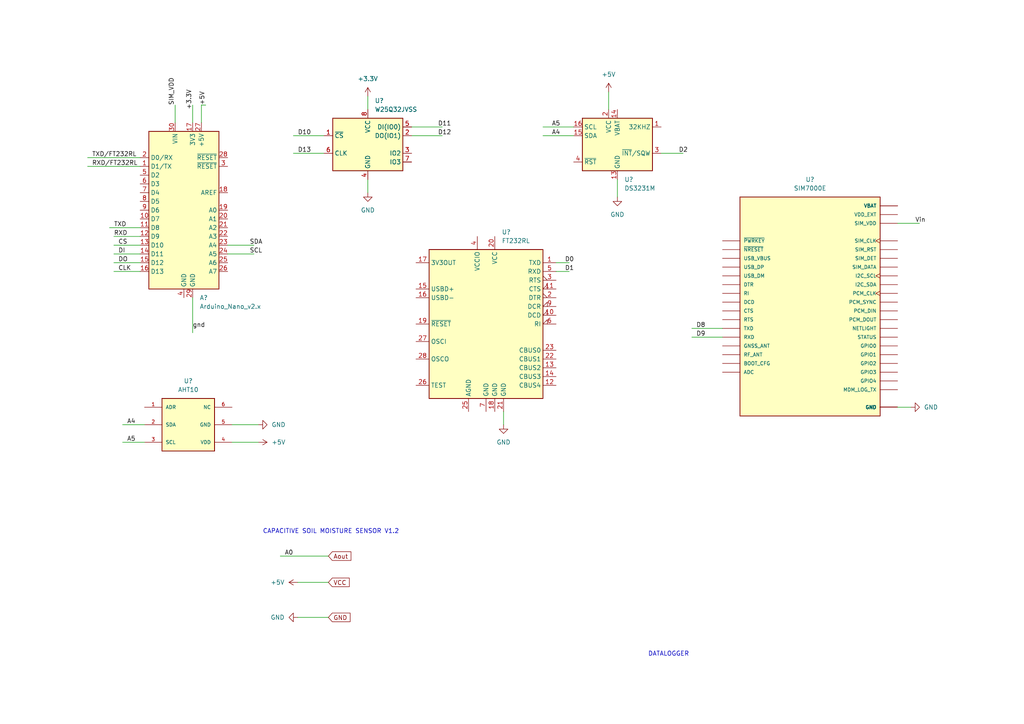
<source format=kicad_sch>
(kicad_sch (version 20211123) (generator eeschema)

  (uuid ed7c431b-4d44-49d8-96a8-0ad4d67371d9)

  (paper "A4")

  (lib_symbols
    (symbol "AHT10:AHT10" (pin_names (offset 1.016)) (in_bom yes) (on_board yes)
      (property "Reference" "U" (id 0) (at -7.366 8.636 0)
        (effects (font (size 1.27 1.27)) (justify left bottom))
      )
      (property "Value" "AHT10" (id 1) (at -7.62 -10.16 0)
        (effects (font (size 1.27 1.27)) (justify left bottom))
      )
      (property "Footprint" "AHT_QFN" (id 2) (at 0 0 0)
        (effects (font (size 1.27 1.27)) (justify left bottom) hide)
      )
      (property "Datasheet" "" (id 3) (at 0 0 0)
        (effects (font (size 1.27 1.27)) (justify left bottom) hide)
      )
      (property "ki_locked" "" (id 4) (at 0 0 0)
        (effects (font (size 1.27 1.27)))
      )
      (symbol "AHT10_0_0"
        (rectangle (start -7.62 -7.62) (end 7.62 7.62)
          (stroke (width 0.254) (type default) (color 0 0 0 0))
          (fill (type background))
        )
        (pin bidirectional line (at -12.7 5.08 0) (length 5.08)
          (name "ADR" (effects (font (size 1.016 1.016))))
          (number "1" (effects (font (size 1.016 1.016))))
        )
        (pin bidirectional line (at -12.7 0 0) (length 5.08)
          (name "SDA" (effects (font (size 1.016 1.016))))
          (number "2" (effects (font (size 1.016 1.016))))
        )
        (pin bidirectional line (at -12.7 -5.08 0) (length 5.08)
          (name "SCL" (effects (font (size 1.016 1.016))))
          (number "3" (effects (font (size 1.016 1.016))))
        )
        (pin bidirectional line (at 12.7 -5.08 180) (length 5.08)
          (name "VDD" (effects (font (size 1.016 1.016))))
          (number "4" (effects (font (size 1.016 1.016))))
        )
        (pin bidirectional line (at 12.7 0 180) (length 5.08)
          (name "GND" (effects (font (size 1.016 1.016))))
          (number "5" (effects (font (size 1.016 1.016))))
        )
        (pin bidirectional line (at 12.7 5.08 180) (length 5.08)
          (name "NC" (effects (font (size 1.016 1.016))))
          (number "6" (effects (font (size 1.016 1.016))))
        )
      )
    )
    (symbol "Interface_USB:FT232RL" (in_bom yes) (on_board yes)
      (property "Reference" "U" (id 0) (at -16.51 22.86 0)
        (effects (font (size 1.27 1.27)) (justify left))
      )
      (property "Value" "FT232RL" (id 1) (at 10.16 22.86 0)
        (effects (font (size 1.27 1.27)) (justify left))
      )
      (property "Footprint" "Package_SO:SSOP-28_5.3x10.2mm_P0.65mm" (id 2) (at 27.94 -22.86 0)
        (effects (font (size 1.27 1.27)) hide)
      )
      (property "Datasheet" "https://www.ftdichip.com/Support/Documents/DataSheets/ICs/DS_FT232R.pdf" (id 3) (at 0 0 0)
        (effects (font (size 1.27 1.27)) hide)
      )
      (property "ki_keywords" "FTDI USB Serial" (id 4) (at 0 0 0)
        (effects (font (size 1.27 1.27)) hide)
      )
      (property "ki_description" "USB to Serial Interface, SSOP-28" (id 5) (at 0 0 0)
        (effects (font (size 1.27 1.27)) hide)
      )
      (property "ki_fp_filters" "SSOP*5.3x10.2mm*P0.65mm*" (id 6) (at 0 0 0)
        (effects (font (size 1.27 1.27)) hide)
      )
      (symbol "FT232RL_0_1"
        (rectangle (start -16.51 21.59) (end 16.51 -21.59)
          (stroke (width 0.254) (type default) (color 0 0 0 0))
          (fill (type background))
        )
      )
      (symbol "FT232RL_1_1"
        (pin output line (at 20.32 17.78 180) (length 3.81)
          (name "TXD" (effects (font (size 1.27 1.27))))
          (number "1" (effects (font (size 1.27 1.27))))
        )
        (pin input input_low (at 20.32 2.54 180) (length 3.81)
          (name "DCD" (effects (font (size 1.27 1.27))))
          (number "10" (effects (font (size 1.27 1.27))))
        )
        (pin input input_low (at 20.32 10.16 180) (length 3.81)
          (name "CTS" (effects (font (size 1.27 1.27))))
          (number "11" (effects (font (size 1.27 1.27))))
        )
        (pin bidirectional line (at 20.32 -17.78 180) (length 3.81)
          (name "CBUS4" (effects (font (size 1.27 1.27))))
          (number "12" (effects (font (size 1.27 1.27))))
        )
        (pin bidirectional line (at 20.32 -12.7 180) (length 3.81)
          (name "CBUS2" (effects (font (size 1.27 1.27))))
          (number "13" (effects (font (size 1.27 1.27))))
        )
        (pin bidirectional line (at 20.32 -15.24 180) (length 3.81)
          (name "CBUS3" (effects (font (size 1.27 1.27))))
          (number "14" (effects (font (size 1.27 1.27))))
        )
        (pin bidirectional line (at -20.32 10.16 0) (length 3.81)
          (name "USBD+" (effects (font (size 1.27 1.27))))
          (number "15" (effects (font (size 1.27 1.27))))
        )
        (pin bidirectional line (at -20.32 7.62 0) (length 3.81)
          (name "USBD-" (effects (font (size 1.27 1.27))))
          (number "16" (effects (font (size 1.27 1.27))))
        )
        (pin power_out line (at -20.32 17.78 0) (length 3.81)
          (name "3V3OUT" (effects (font (size 1.27 1.27))))
          (number "17" (effects (font (size 1.27 1.27))))
        )
        (pin power_in line (at 2.54 -25.4 90) (length 3.81)
          (name "GND" (effects (font (size 1.27 1.27))))
          (number "18" (effects (font (size 1.27 1.27))))
        )
        (pin input line (at -20.32 0 0) (length 3.81)
          (name "~{RESET}" (effects (font (size 1.27 1.27))))
          (number "19" (effects (font (size 1.27 1.27))))
        )
        (pin output output_low (at 20.32 7.62 180) (length 3.81)
          (name "DTR" (effects (font (size 1.27 1.27))))
          (number "2" (effects (font (size 1.27 1.27))))
        )
        (pin power_in line (at 2.54 25.4 270) (length 3.81)
          (name "VCC" (effects (font (size 1.27 1.27))))
          (number "20" (effects (font (size 1.27 1.27))))
        )
        (pin power_in line (at 5.08 -25.4 90) (length 3.81)
          (name "GND" (effects (font (size 1.27 1.27))))
          (number "21" (effects (font (size 1.27 1.27))))
        )
        (pin bidirectional line (at 20.32 -10.16 180) (length 3.81)
          (name "CBUS1" (effects (font (size 1.27 1.27))))
          (number "22" (effects (font (size 1.27 1.27))))
        )
        (pin bidirectional line (at 20.32 -7.62 180) (length 3.81)
          (name "CBUS0" (effects (font (size 1.27 1.27))))
          (number "23" (effects (font (size 1.27 1.27))))
        )
        (pin power_in line (at -5.08 -25.4 90) (length 3.81)
          (name "AGND" (effects (font (size 1.27 1.27))))
          (number "25" (effects (font (size 1.27 1.27))))
        )
        (pin input line (at -20.32 -17.78 0) (length 3.81)
          (name "TEST" (effects (font (size 1.27 1.27))))
          (number "26" (effects (font (size 1.27 1.27))))
        )
        (pin input line (at -20.32 -5.08 0) (length 3.81)
          (name "OSCI" (effects (font (size 1.27 1.27))))
          (number "27" (effects (font (size 1.27 1.27))))
        )
        (pin output line (at -20.32 -10.16 0) (length 3.81)
          (name "OSCO" (effects (font (size 1.27 1.27))))
          (number "28" (effects (font (size 1.27 1.27))))
        )
        (pin output output_low (at 20.32 12.7 180) (length 3.81)
          (name "RTS" (effects (font (size 1.27 1.27))))
          (number "3" (effects (font (size 1.27 1.27))))
        )
        (pin power_in line (at -2.54 25.4 270) (length 3.81)
          (name "VCCIO" (effects (font (size 1.27 1.27))))
          (number "4" (effects (font (size 1.27 1.27))))
        )
        (pin input line (at 20.32 15.24 180) (length 3.81)
          (name "RXD" (effects (font (size 1.27 1.27))))
          (number "5" (effects (font (size 1.27 1.27))))
        )
        (pin input input_low (at 20.32 0 180) (length 3.81)
          (name "RI" (effects (font (size 1.27 1.27))))
          (number "6" (effects (font (size 1.27 1.27))))
        )
        (pin power_in line (at 0 -25.4 90) (length 3.81)
          (name "GND" (effects (font (size 1.27 1.27))))
          (number "7" (effects (font (size 1.27 1.27))))
        )
        (pin input input_low (at 20.32 5.08 180) (length 3.81)
          (name "DCR" (effects (font (size 1.27 1.27))))
          (number "9" (effects (font (size 1.27 1.27))))
        )
      )
    )
    (symbol "MCU_Module:Arduino_Nano_v2.x" (in_bom yes) (on_board yes)
      (property "Reference" "A" (id 0) (at -10.16 23.495 0)
        (effects (font (size 1.27 1.27)) (justify left bottom))
      )
      (property "Value" "Arduino_Nano_v2.x" (id 1) (at 5.08 -24.13 0)
        (effects (font (size 1.27 1.27)) (justify left top))
      )
      (property "Footprint" "Module:Arduino_Nano" (id 2) (at 0 0 0)
        (effects (font (size 1.27 1.27) italic) hide)
      )
      (property "Datasheet" "https://www.arduino.cc/en/uploads/Main/ArduinoNanoManual23.pdf" (id 3) (at 0 0 0)
        (effects (font (size 1.27 1.27)) hide)
      )
      (property "ki_keywords" "Arduino nano microcontroller module USB" (id 4) (at 0 0 0)
        (effects (font (size 1.27 1.27)) hide)
      )
      (property "ki_description" "Arduino Nano v2.x" (id 5) (at 0 0 0)
        (effects (font (size 1.27 1.27)) hide)
      )
      (property "ki_fp_filters" "Arduino*Nano*" (id 6) (at 0 0 0)
        (effects (font (size 1.27 1.27)) hide)
      )
      (symbol "Arduino_Nano_v2.x_0_1"
        (rectangle (start -10.16 22.86) (end 10.16 -22.86)
          (stroke (width 0.254) (type default) (color 0 0 0 0))
          (fill (type background))
        )
      )
      (symbol "Arduino_Nano_v2.x_1_1"
        (pin bidirectional line (at -12.7 12.7 0) (length 2.54)
          (name "D1/TX" (effects (font (size 1.27 1.27))))
          (number "1" (effects (font (size 1.27 1.27))))
        )
        (pin bidirectional line (at -12.7 -2.54 0) (length 2.54)
          (name "D7" (effects (font (size 1.27 1.27))))
          (number "10" (effects (font (size 1.27 1.27))))
        )
        (pin bidirectional line (at -12.7 -5.08 0) (length 2.54)
          (name "D8" (effects (font (size 1.27 1.27))))
          (number "11" (effects (font (size 1.27 1.27))))
        )
        (pin bidirectional line (at -12.7 -7.62 0) (length 2.54)
          (name "D9" (effects (font (size 1.27 1.27))))
          (number "12" (effects (font (size 1.27 1.27))))
        )
        (pin bidirectional line (at -12.7 -10.16 0) (length 2.54)
          (name "D10" (effects (font (size 1.27 1.27))))
          (number "13" (effects (font (size 1.27 1.27))))
        )
        (pin bidirectional line (at -12.7 -12.7 0) (length 2.54)
          (name "D11" (effects (font (size 1.27 1.27))))
          (number "14" (effects (font (size 1.27 1.27))))
        )
        (pin bidirectional line (at -12.7 -15.24 0) (length 2.54)
          (name "D12" (effects (font (size 1.27 1.27))))
          (number "15" (effects (font (size 1.27 1.27))))
        )
        (pin bidirectional line (at -12.7 -17.78 0) (length 2.54)
          (name "D13" (effects (font (size 1.27 1.27))))
          (number "16" (effects (font (size 1.27 1.27))))
        )
        (pin power_out line (at 2.54 25.4 270) (length 2.54)
          (name "3V3" (effects (font (size 1.27 1.27))))
          (number "17" (effects (font (size 1.27 1.27))))
        )
        (pin input line (at 12.7 5.08 180) (length 2.54)
          (name "AREF" (effects (font (size 1.27 1.27))))
          (number "18" (effects (font (size 1.27 1.27))))
        )
        (pin bidirectional line (at 12.7 0 180) (length 2.54)
          (name "A0" (effects (font (size 1.27 1.27))))
          (number "19" (effects (font (size 1.27 1.27))))
        )
        (pin bidirectional line (at -12.7 15.24 0) (length 2.54)
          (name "D0/RX" (effects (font (size 1.27 1.27))))
          (number "2" (effects (font (size 1.27 1.27))))
        )
        (pin bidirectional line (at 12.7 -2.54 180) (length 2.54)
          (name "A1" (effects (font (size 1.27 1.27))))
          (number "20" (effects (font (size 1.27 1.27))))
        )
        (pin bidirectional line (at 12.7 -5.08 180) (length 2.54)
          (name "A2" (effects (font (size 1.27 1.27))))
          (number "21" (effects (font (size 1.27 1.27))))
        )
        (pin bidirectional line (at 12.7 -7.62 180) (length 2.54)
          (name "A3" (effects (font (size 1.27 1.27))))
          (number "22" (effects (font (size 1.27 1.27))))
        )
        (pin bidirectional line (at 12.7 -10.16 180) (length 2.54)
          (name "A4" (effects (font (size 1.27 1.27))))
          (number "23" (effects (font (size 1.27 1.27))))
        )
        (pin bidirectional line (at 12.7 -12.7 180) (length 2.54)
          (name "A5" (effects (font (size 1.27 1.27))))
          (number "24" (effects (font (size 1.27 1.27))))
        )
        (pin bidirectional line (at 12.7 -15.24 180) (length 2.54)
          (name "A6" (effects (font (size 1.27 1.27))))
          (number "25" (effects (font (size 1.27 1.27))))
        )
        (pin bidirectional line (at 12.7 -17.78 180) (length 2.54)
          (name "A7" (effects (font (size 1.27 1.27))))
          (number "26" (effects (font (size 1.27 1.27))))
        )
        (pin power_out line (at 5.08 25.4 270) (length 2.54)
          (name "+5V" (effects (font (size 1.27 1.27))))
          (number "27" (effects (font (size 1.27 1.27))))
        )
        (pin input line (at 12.7 15.24 180) (length 2.54)
          (name "~{RESET}" (effects (font (size 1.27 1.27))))
          (number "28" (effects (font (size 1.27 1.27))))
        )
        (pin power_in line (at 2.54 -25.4 90) (length 2.54)
          (name "GND" (effects (font (size 1.27 1.27))))
          (number "29" (effects (font (size 1.27 1.27))))
        )
        (pin input line (at 12.7 12.7 180) (length 2.54)
          (name "~{RESET}" (effects (font (size 1.27 1.27))))
          (number "3" (effects (font (size 1.27 1.27))))
        )
        (pin power_in line (at -2.54 25.4 270) (length 2.54)
          (name "VIN" (effects (font (size 1.27 1.27))))
          (number "30" (effects (font (size 1.27 1.27))))
        )
        (pin power_in line (at 0 -25.4 90) (length 2.54)
          (name "GND" (effects (font (size 1.27 1.27))))
          (number "4" (effects (font (size 1.27 1.27))))
        )
        (pin bidirectional line (at -12.7 10.16 0) (length 2.54)
          (name "D2" (effects (font (size 1.27 1.27))))
          (number "5" (effects (font (size 1.27 1.27))))
        )
        (pin bidirectional line (at -12.7 7.62 0) (length 2.54)
          (name "D3" (effects (font (size 1.27 1.27))))
          (number "6" (effects (font (size 1.27 1.27))))
        )
        (pin bidirectional line (at -12.7 5.08 0) (length 2.54)
          (name "D4" (effects (font (size 1.27 1.27))))
          (number "7" (effects (font (size 1.27 1.27))))
        )
        (pin bidirectional line (at -12.7 2.54 0) (length 2.54)
          (name "D5" (effects (font (size 1.27 1.27))))
          (number "8" (effects (font (size 1.27 1.27))))
        )
        (pin bidirectional line (at -12.7 0 0) (length 2.54)
          (name "D6" (effects (font (size 1.27 1.27))))
          (number "9" (effects (font (size 1.27 1.27))))
        )
      )
    )
    (symbol "Memory_Flash:W25Q32JVSS" (in_bom yes) (on_board yes)
      (property "Reference" "U" (id 0) (at -8.89 8.89 0)
        (effects (font (size 1.27 1.27)))
      )
      (property "Value" "W25Q32JVSS" (id 1) (at 7.62 8.89 0)
        (effects (font (size 1.27 1.27)))
      )
      (property "Footprint" "Package_SO:SOIC-8_5.23x5.23mm_P1.27mm" (id 2) (at 0 0 0)
        (effects (font (size 1.27 1.27)) hide)
      )
      (property "Datasheet" "http://www.winbond.com/resource-files/w25q32jv%20revg%2003272018%20plus.pdf" (id 3) (at 0 0 0)
        (effects (font (size 1.27 1.27)) hide)
      )
      (property "ki_keywords" "flash memory SPI" (id 4) (at 0 0 0)
        (effects (font (size 1.27 1.27)) hide)
      )
      (property "ki_description" "32Mb Serial Flash Memory, Standard/Dual/Quad SPI, SOIC-8" (id 5) (at 0 0 0)
        (effects (font (size 1.27 1.27)) hide)
      )
      (property "ki_fp_filters" "SOIC*5.23x5.23mm*P1.27mm*" (id 6) (at 0 0 0)
        (effects (font (size 1.27 1.27)) hide)
      )
      (symbol "W25Q32JVSS_0_1"
        (rectangle (start -10.16 7.62) (end 10.16 -7.62)
          (stroke (width 0.254) (type default) (color 0 0 0 0))
          (fill (type background))
        )
      )
      (symbol "W25Q32JVSS_1_1"
        (pin input line (at -12.7 2.54 0) (length 2.54)
          (name "~{CS}" (effects (font (size 1.27 1.27))))
          (number "1" (effects (font (size 1.27 1.27))))
        )
        (pin bidirectional line (at 12.7 2.54 180) (length 2.54)
          (name "DO(IO1)" (effects (font (size 1.27 1.27))))
          (number "2" (effects (font (size 1.27 1.27))))
        )
        (pin bidirectional line (at 12.7 -2.54 180) (length 2.54)
          (name "IO2" (effects (font (size 1.27 1.27))))
          (number "3" (effects (font (size 1.27 1.27))))
        )
        (pin power_in line (at 0 -10.16 90) (length 2.54)
          (name "GND" (effects (font (size 1.27 1.27))))
          (number "4" (effects (font (size 1.27 1.27))))
        )
        (pin bidirectional line (at 12.7 5.08 180) (length 2.54)
          (name "DI(IO0)" (effects (font (size 1.27 1.27))))
          (number "5" (effects (font (size 1.27 1.27))))
        )
        (pin input line (at -12.7 -2.54 0) (length 2.54)
          (name "CLK" (effects (font (size 1.27 1.27))))
          (number "6" (effects (font (size 1.27 1.27))))
        )
        (pin bidirectional line (at 12.7 -5.08 180) (length 2.54)
          (name "IO3" (effects (font (size 1.27 1.27))))
          (number "7" (effects (font (size 1.27 1.27))))
        )
        (pin power_in line (at 0 10.16 270) (length 2.54)
          (name "VCC" (effects (font (size 1.27 1.27))))
          (number "8" (effects (font (size 1.27 1.27))))
        )
      )
    )
    (symbol "SIM7000E:SIM7000E" (pin_numbers hide) (pin_names (offset 1.016)) (in_bom yes) (on_board yes)
      (property "Reference" "U" (id 0) (at -20.3454 34.3408 0)
        (effects (font (size 1.27 1.27)) (justify left bottom))
      )
      (property "Value" "SIM7000E" (id 1) (at -20.3454 -33.0708 0)
        (effects (font (size 1.27 1.27)) (justify left bottom))
      )
      (property "Footprint" "SIMCON_SIM7000E" (id 2) (at 0 0 0)
        (effects (font (size 1.27 1.27)) (justify left bottom) hide)
      )
      (property "Datasheet" "" (id 3) (at 0 0 0)
        (effects (font (size 1.27 1.27)) (justify left bottom) hide)
      )
      (property "STANDARD" "MANUFACTURER RECOMMENDATIONS" (id 4) (at 0 0 0)
        (effects (font (size 1.27 1.27)) (justify left bottom) hide)
      )
      (property "MANUFACTURER" "SIMCOM" (id 5) (at 0 0 0)
        (effects (font (size 1.27 1.27)) (justify left bottom) hide)
      )
      (property "PARTREV" "1.01" (id 6) (at 0 0 0)
        (effects (font (size 1.27 1.27)) (justify left bottom) hide)
      )
      (property "ki_locked" "" (id 7) (at 0 0 0)
        (effects (font (size 1.27 1.27)))
      )
      (symbol "SIM7000E_0_0"
        (rectangle (start -20.32 -30.48) (end 20.32 33.02)
          (stroke (width 0.254) (type default) (color 0 0 0 0))
          (fill (type background))
        )
        (pin input line (at -25.4 20.32 0) (length 5.08)
          (name "~{PWRKEY}" (effects (font (size 1.016 1.016))))
          (number "1" (effects (font (size 1.016 1.016))))
        )
        (pin input line (at -25.4 -7.62 0) (length 5.08)
          (name "RXD" (effects (font (size 1.016 1.016))))
          (number "10" (effects (font (size 1.016 1.016))))
        )
        (pin output clock (at 25.4 5.08 180) (length 5.08)
          (name "PCM_CLK" (effects (font (size 1.016 1.016))))
          (number "11" (effects (font (size 1.016 1.016))))
        )
        (pin output line (at 25.4 2.54 180) (length 5.08)
          (name "PCM_SYNC" (effects (font (size 1.016 1.016))))
          (number "12" (effects (font (size 1.016 1.016))))
        )
        (pin input line (at 25.4 0 180) (length 5.08)
          (name "PCM_DIN" (effects (font (size 1.016 1.016))))
          (number "13" (effects (font (size 1.016 1.016))))
        )
        (pin output line (at 25.4 -2.54 180) (length 5.08)
          (name "PCM_DOUT" (effects (font (size 1.016 1.016))))
          (number "14" (effects (font (size 1.016 1.016))))
        )
        (pin power_in line (at 25.4 27.94 180) (length 5.08)
          (name "VDD_EXT" (effects (font (size 1.016 1.016))))
          (number "15" (effects (font (size 1.016 1.016))))
        )
        (pin input line (at -25.4 17.78 0) (length 5.08)
          (name "~{NRESET}" (effects (font (size 1.016 1.016))))
          (number "16" (effects (font (size 1.016 1.016))))
        )
        (pin power_in line (at 25.4 -27.94 180) (length 5.08)
          (name "GND" (effects (font (size 1.016 1.016))))
          (number "17" (effects (font (size 1.016 1.016))))
        )
        (pin power_in line (at 25.4 -27.94 180) (length 5.08)
          (name "GND" (effects (font (size 1.016 1.016))))
          (number "18" (effects (font (size 1.016 1.016))))
        )
        (pin power_in line (at 25.4 -27.94 180) (length 5.08)
          (name "GND" (effects (font (size 1.016 1.016))))
          (number "2" (effects (font (size 1.016 1.016))))
        )
        (pin output line (at 25.4 -22.86 180) (length 5.08)
          (name "MDM_LOG_TX" (effects (font (size 1.016 1.016))))
          (number "23" (effects (font (size 1.016 1.016))))
        )
        (pin input line (at -25.4 15.24 0) (length 5.08)
          (name "USB_VBUS" (effects (font (size 1.016 1.016))))
          (number "24" (effects (font (size 1.016 1.016))))
        )
        (pin input line (at -25.4 -17.78 0) (length 5.08)
          (name "ADC" (effects (font (size 1.016 1.016))))
          (number "25" (effects (font (size 1.016 1.016))))
        )
        (pin bidirectional line (at -25.4 12.7 0) (length 5.08)
          (name "USB_DP" (effects (font (size 1.016 1.016))))
          (number "27" (effects (font (size 1.016 1.016))))
        )
        (pin bidirectional line (at -25.4 10.16 0) (length 5.08)
          (name "USB_DM" (effects (font (size 1.016 1.016))))
          (number "28" (effects (font (size 1.016 1.016))))
        )
        (pin power_in line (at 25.4 -27.94 180) (length 5.08)
          (name "GND" (effects (font (size 1.016 1.016))))
          (number "29" (effects (font (size 1.016 1.016))))
        )
        (pin input line (at -25.4 7.62 0) (length 5.08)
          (name "DTR" (effects (font (size 1.016 1.016))))
          (number "3" (effects (font (size 1.016 1.016))))
        )
        (pin power_in line (at 25.4 25.4 180) (length 5.08)
          (name "SIM_VDD" (effects (font (size 1.016 1.016))))
          (number "30" (effects (font (size 1.016 1.016))))
        )
        (pin bidirectional line (at 25.4 12.7 180) (length 5.08)
          (name "SIM_DATA" (effects (font (size 1.016 1.016))))
          (number "31" (effects (font (size 1.016 1.016))))
        )
        (pin output clock (at 25.4 20.32 180) (length 5.08)
          (name "SIM_CLK" (effects (font (size 1.016 1.016))))
          (number "32" (effects (font (size 1.016 1.016))))
        )
        (pin output line (at 25.4 17.78 180) (length 5.08)
          (name "SIM_RST" (effects (font (size 1.016 1.016))))
          (number "33" (effects (font (size 1.016 1.016))))
        )
        (pin input line (at 25.4 15.24 180) (length 5.08)
          (name "SIM_DET" (effects (font (size 1.016 1.016))))
          (number "34" (effects (font (size 1.016 1.016))))
        )
        (pin bidirectional line (at 25.4 7.62 180) (length 5.08)
          (name "I2C_SDA" (effects (font (size 1.016 1.016))))
          (number "37" (effects (font (size 1.016 1.016))))
        )
        (pin output clock (at 25.4 10.16 180) (length 5.08)
          (name "I2C_SCL" (effects (font (size 1.016 1.016))))
          (number "38" (effects (font (size 1.016 1.016))))
        )
        (pin power_in line (at 25.4 -27.94 180) (length 5.08)
          (name "GND" (effects (font (size 1.016 1.016))))
          (number "39" (effects (font (size 1.016 1.016))))
        )
        (pin output line (at -25.4 5.08 0) (length 5.08)
          (name "RI" (effects (font (size 1.016 1.016))))
          (number "4" (effects (font (size 1.016 1.016))))
        )
        (pin power_in line (at 25.4 -27.94 180) (length 5.08)
          (name "GND" (effects (font (size 1.016 1.016))))
          (number "45" (effects (font (size 1.016 1.016))))
        )
        (pin power_in line (at 25.4 -27.94 180) (length 5.08)
          (name "GND" (effects (font (size 1.016 1.016))))
          (number "46" (effects (font (size 1.016 1.016))))
        )
        (pin bidirectional line (at 25.4 -20.32 180) (length 5.08)
          (name "GPIO4" (effects (font (size 1.016 1.016))))
          (number "48" (effects (font (size 1.016 1.016))))
        )
        (pin bidirectional line (at 25.4 -12.7 180) (length 5.08)
          (name "GPIO1" (effects (font (size 1.016 1.016))))
          (number "49" (effects (font (size 1.016 1.016))))
        )
        (pin output line (at -25.4 2.54 0) (length 5.08)
          (name "DCD" (effects (font (size 1.016 1.016))))
          (number "5" (effects (font (size 1.016 1.016))))
        )
        (pin bidirectional line (at 25.4 -10.16 180) (length 5.08)
          (name "GPIO0" (effects (font (size 1.016 1.016))))
          (number "50" (effects (font (size 1.016 1.016))))
        )
        (pin output line (at 25.4 -5.08 180) (length 5.08)
          (name "NETLIGHT" (effects (font (size 1.016 1.016))))
          (number "52" (effects (font (size 1.016 1.016))))
        )
        (pin input line (at -25.4 -10.16 0) (length 5.08)
          (name "GNSS_ANT" (effects (font (size 1.016 1.016))))
          (number "53" (effects (font (size 1.016 1.016))))
        )
        (pin power_in line (at 25.4 -27.94 180) (length 5.08)
          (name "GND" (effects (font (size 1.016 1.016))))
          (number "54" (effects (font (size 1.016 1.016))))
        )
        (pin power_in line (at 25.4 30.48 180) (length 5.08)
          (name "VBAT" (effects (font (size 1.016 1.016))))
          (number "55" (effects (font (size 1.016 1.016))))
        )
        (pin power_in line (at 25.4 30.48 180) (length 5.08)
          (name "VBAT" (effects (font (size 1.016 1.016))))
          (number "56" (effects (font (size 1.016 1.016))))
        )
        (pin power_in line (at 25.4 30.48 180) (length 5.08)
          (name "VBAT" (effects (font (size 1.016 1.016))))
          (number "57" (effects (font (size 1.016 1.016))))
        )
        (pin power_in line (at 25.4 -27.94 180) (length 5.08)
          (name "GND" (effects (font (size 1.016 1.016))))
          (number "58" (effects (font (size 1.016 1.016))))
        )
        (pin power_in line (at 25.4 -27.94 180) (length 5.08)
          (name "GND" (effects (font (size 1.016 1.016))))
          (number "59" (effects (font (size 1.016 1.016))))
        )
        (pin input line (at -25.4 -15.24 0) (length 5.08)
          (name "BOOT_CFG" (effects (font (size 1.016 1.016))))
          (number "6" (effects (font (size 1.016 1.016))))
        )
        (pin bidirectional line (at -25.4 -12.7 0) (length 5.08)
          (name "RF_ANT" (effects (font (size 1.016 1.016))))
          (number "60" (effects (font (size 1.016 1.016))))
        )
        (pin power_in line (at 25.4 -27.94 180) (length 5.08)
          (name "GND" (effects (font (size 1.016 1.016))))
          (number "61" (effects (font (size 1.016 1.016))))
        )
        (pin power_in line (at 25.4 -27.94 180) (length 5.08)
          (name "GND" (effects (font (size 1.016 1.016))))
          (number "62" (effects (font (size 1.016 1.016))))
        )
        (pin power_in line (at 25.4 -27.94 180) (length 5.08)
          (name "GND" (effects (font (size 1.016 1.016))))
          (number "63" (effects (font (size 1.016 1.016))))
        )
        (pin power_in line (at 25.4 -27.94 180) (length 5.08)
          (name "GND" (effects (font (size 1.016 1.016))))
          (number "64" (effects (font (size 1.016 1.016))))
        )
        (pin power_in line (at 25.4 -27.94 180) (length 5.08)
          (name "GND" (effects (font (size 1.016 1.016))))
          (number "65" (effects (font (size 1.016 1.016))))
        )
        (pin output line (at 25.4 -7.62 180) (length 5.08)
          (name "STATUS" (effects (font (size 1.016 1.016))))
          (number "66" (effects (font (size 1.016 1.016))))
        )
        (pin bidirectional line (at 25.4 -15.24 180) (length 5.08)
          (name "GPIO2" (effects (font (size 1.016 1.016))))
          (number "67" (effects (font (size 1.016 1.016))))
        )
        (pin bidirectional line (at 25.4 -17.78 180) (length 5.08)
          (name "GPIO3" (effects (font (size 1.016 1.016))))
          (number "68" (effects (font (size 1.016 1.016))))
        )
        (pin output line (at -25.4 0 0) (length 5.08)
          (name "CTS" (effects (font (size 1.016 1.016))))
          (number "7" (effects (font (size 1.016 1.016))))
        )
        (pin input line (at -25.4 -2.54 0) (length 5.08)
          (name "RTS" (effects (font (size 1.016 1.016))))
          (number "8" (effects (font (size 1.016 1.016))))
        )
        (pin output line (at -25.4 -5.08 0) (length 5.08)
          (name "TXD" (effects (font (size 1.016 1.016))))
          (number "9" (effects (font (size 1.016 1.016))))
        )
      )
    )
    (symbol "Timer_RTC:DS3231M" (in_bom yes) (on_board yes)
      (property "Reference" "U" (id 0) (at -7.62 8.89 0)
        (effects (font (size 1.27 1.27)) (justify right))
      )
      (property "Value" "DS3231M" (id 1) (at 10.16 8.89 0)
        (effects (font (size 1.27 1.27)) (justify right))
      )
      (property "Footprint" "Package_SO:SOIC-16W_7.5x10.3mm_P1.27mm" (id 2) (at 0 -15.24 0)
        (effects (font (size 1.27 1.27)) hide)
      )
      (property "Datasheet" "http://datasheets.maximintegrated.com/en/ds/DS3231.pdf" (id 3) (at 6.858 1.27 0)
        (effects (font (size 1.27 1.27)) hide)
      )
      (property "ki_keywords" "RTC TCXO Realtime Time Clock Crystal Oscillator I2C" (id 4) (at 0 0 0)
        (effects (font (size 1.27 1.27)) hide)
      )
      (property "ki_description" "Extremely Accurate I2C-Integrated RTC/TCXO/Crystal SOIC-16" (id 5) (at 0 0 0)
        (effects (font (size 1.27 1.27)) hide)
      )
      (property "ki_fp_filters" "SOIC*7.5x10.3mm*P1.27mm*" (id 6) (at 0 0 0)
        (effects (font (size 1.27 1.27)) hide)
      )
      (symbol "DS3231M_0_1"
        (rectangle (start -10.16 7.62) (end 10.16 -7.62)
          (stroke (width 0.254) (type default) (color 0 0 0 0))
          (fill (type background))
        )
      )
      (symbol "DS3231M_1_1"
        (pin open_collector line (at 12.7 5.08 180) (length 2.54)
          (name "32KHZ" (effects (font (size 1.27 1.27))))
          (number "1" (effects (font (size 1.27 1.27))))
        )
        (pin passive line (at 0 -10.16 90) (length 2.54) hide
          (name "GND" (effects (font (size 1.27 1.27))))
          (number "10" (effects (font (size 1.27 1.27))))
        )
        (pin passive line (at 0 -10.16 90) (length 2.54) hide
          (name "GND" (effects (font (size 1.27 1.27))))
          (number "11" (effects (font (size 1.27 1.27))))
        )
        (pin passive line (at 0 -10.16 90) (length 2.54) hide
          (name "GND" (effects (font (size 1.27 1.27))))
          (number "12" (effects (font (size 1.27 1.27))))
        )
        (pin power_in line (at 0 -10.16 90) (length 2.54)
          (name "GND" (effects (font (size 1.27 1.27))))
          (number "13" (effects (font (size 1.27 1.27))))
        )
        (pin power_in line (at 0 10.16 270) (length 2.54)
          (name "VBAT" (effects (font (size 1.27 1.27))))
          (number "14" (effects (font (size 1.27 1.27))))
        )
        (pin bidirectional line (at -12.7 2.54 0) (length 2.54)
          (name "SDA" (effects (font (size 1.27 1.27))))
          (number "15" (effects (font (size 1.27 1.27))))
        )
        (pin input line (at -12.7 5.08 0) (length 2.54)
          (name "SCL" (effects (font (size 1.27 1.27))))
          (number "16" (effects (font (size 1.27 1.27))))
        )
        (pin power_in line (at -2.54 10.16 270) (length 2.54)
          (name "VCC" (effects (font (size 1.27 1.27))))
          (number "2" (effects (font (size 1.27 1.27))))
        )
        (pin open_collector line (at 12.7 -2.54 180) (length 2.54)
          (name "~{INT}/SQW" (effects (font (size 1.27 1.27))))
          (number "3" (effects (font (size 1.27 1.27))))
        )
        (pin bidirectional line (at -12.7 -5.08 0) (length 2.54)
          (name "~{RST}" (effects (font (size 1.27 1.27))))
          (number "4" (effects (font (size 1.27 1.27))))
        )
        (pin passive line (at 0 -10.16 90) (length 2.54) hide
          (name "GND" (effects (font (size 1.27 1.27))))
          (number "5" (effects (font (size 1.27 1.27))))
        )
        (pin passive line (at 0 -10.16 90) (length 2.54) hide
          (name "GND" (effects (font (size 1.27 1.27))))
          (number "6" (effects (font (size 1.27 1.27))))
        )
        (pin passive line (at 0 -10.16 90) (length 2.54) hide
          (name "GND" (effects (font (size 1.27 1.27))))
          (number "7" (effects (font (size 1.27 1.27))))
        )
        (pin passive line (at 0 -10.16 90) (length 2.54) hide
          (name "GND" (effects (font (size 1.27 1.27))))
          (number "8" (effects (font (size 1.27 1.27))))
        )
        (pin passive line (at 0 -10.16 90) (length 2.54) hide
          (name "GND" (effects (font (size 1.27 1.27))))
          (number "9" (effects (font (size 1.27 1.27))))
        )
      )
    )
    (symbol "power:+3.3V" (power) (pin_names (offset 0)) (in_bom yes) (on_board yes)
      (property "Reference" "#PWR" (id 0) (at 0 -3.81 0)
        (effects (font (size 1.27 1.27)) hide)
      )
      (property "Value" "+3.3V" (id 1) (at 0 3.556 0)
        (effects (font (size 1.27 1.27)))
      )
      (property "Footprint" "" (id 2) (at 0 0 0)
        (effects (font (size 1.27 1.27)) hide)
      )
      (property "Datasheet" "" (id 3) (at 0 0 0)
        (effects (font (size 1.27 1.27)) hide)
      )
      (property "ki_keywords" "power-flag" (id 4) (at 0 0 0)
        (effects (font (size 1.27 1.27)) hide)
      )
      (property "ki_description" "Power symbol creates a global label with name \"+3.3V\"" (id 5) (at 0 0 0)
        (effects (font (size 1.27 1.27)) hide)
      )
      (symbol "+3.3V_0_1"
        (polyline
          (pts
            (xy -0.762 1.27)
            (xy 0 2.54)
          )
          (stroke (width 0) (type default) (color 0 0 0 0))
          (fill (type none))
        )
        (polyline
          (pts
            (xy 0 0)
            (xy 0 2.54)
          )
          (stroke (width 0) (type default) (color 0 0 0 0))
          (fill (type none))
        )
        (polyline
          (pts
            (xy 0 2.54)
            (xy 0.762 1.27)
          )
          (stroke (width 0) (type default) (color 0 0 0 0))
          (fill (type none))
        )
      )
      (symbol "+3.3V_1_1"
        (pin power_in line (at 0 0 90) (length 0) hide
          (name "+3.3V" (effects (font (size 1.27 1.27))))
          (number "1" (effects (font (size 1.27 1.27))))
        )
      )
    )
    (symbol "power:+5V" (power) (pin_names (offset 0)) (in_bom yes) (on_board yes)
      (property "Reference" "#PWR" (id 0) (at 0 -3.81 0)
        (effects (font (size 1.27 1.27)) hide)
      )
      (property "Value" "+5V" (id 1) (at 0 3.556 0)
        (effects (font (size 1.27 1.27)))
      )
      (property "Footprint" "" (id 2) (at 0 0 0)
        (effects (font (size 1.27 1.27)) hide)
      )
      (property "Datasheet" "" (id 3) (at 0 0 0)
        (effects (font (size 1.27 1.27)) hide)
      )
      (property "ki_keywords" "power-flag" (id 4) (at 0 0 0)
        (effects (font (size 1.27 1.27)) hide)
      )
      (property "ki_description" "Power symbol creates a global label with name \"+5V\"" (id 5) (at 0 0 0)
        (effects (font (size 1.27 1.27)) hide)
      )
      (symbol "+5V_0_1"
        (polyline
          (pts
            (xy -0.762 1.27)
            (xy 0 2.54)
          )
          (stroke (width 0) (type default) (color 0 0 0 0))
          (fill (type none))
        )
        (polyline
          (pts
            (xy 0 0)
            (xy 0 2.54)
          )
          (stroke (width 0) (type default) (color 0 0 0 0))
          (fill (type none))
        )
        (polyline
          (pts
            (xy 0 2.54)
            (xy 0.762 1.27)
          )
          (stroke (width 0) (type default) (color 0 0 0 0))
          (fill (type none))
        )
      )
      (symbol "+5V_1_1"
        (pin power_in line (at 0 0 90) (length 0) hide
          (name "+5V" (effects (font (size 1.27 1.27))))
          (number "1" (effects (font (size 1.27 1.27))))
        )
      )
    )
    (symbol "power:GND" (power) (pin_names (offset 0)) (in_bom yes) (on_board yes)
      (property "Reference" "#PWR" (id 0) (at 0 -6.35 0)
        (effects (font (size 1.27 1.27)) hide)
      )
      (property "Value" "GND" (id 1) (at 0 -3.81 0)
        (effects (font (size 1.27 1.27)))
      )
      (property "Footprint" "" (id 2) (at 0 0 0)
        (effects (font (size 1.27 1.27)) hide)
      )
      (property "Datasheet" "" (id 3) (at 0 0 0)
        (effects (font (size 1.27 1.27)) hide)
      )
      (property "ki_keywords" "power-flag" (id 4) (at 0 0 0)
        (effects (font (size 1.27 1.27)) hide)
      )
      (property "ki_description" "Power symbol creates a global label with name \"GND\" , ground" (id 5) (at 0 0 0)
        (effects (font (size 1.27 1.27)) hide)
      )
      (symbol "GND_0_1"
        (polyline
          (pts
            (xy 0 0)
            (xy 0 -1.27)
            (xy 1.27 -1.27)
            (xy 0 -2.54)
            (xy -1.27 -1.27)
            (xy 0 -1.27)
          )
          (stroke (width 0) (type default) (color 0 0 0 0))
          (fill (type none))
        )
      )
      (symbol "GND_1_1"
        (pin power_in line (at 0 0 270) (length 0) hide
          (name "GND" (effects (font (size 1.27 1.27))))
          (number "1" (effects (font (size 1.27 1.27))))
        )
      )
    )
  )


  (wire (pts (xy 67.31 128.27) (xy 74.93 128.27))
    (stroke (width 0) (type default) (color 0 0 0 0))
    (uuid 03da576d-8b49-43be-8898-6d75ea1509dd)
  )
  (wire (pts (xy 119.38 39.37) (xy 128.27 39.37))
    (stroke (width 0) (type default) (color 0 0 0 0))
    (uuid 18491aad-cca0-4769-9f60-89c486b7f3f4)
  )
  (wire (pts (xy 66.04 71.12) (xy 73.66 71.12))
    (stroke (width 0) (type default) (color 0 0 0 0))
    (uuid 1948f2bb-7219-4fed-b888-2eef3c9b8781)
  )
  (wire (pts (xy 200.66 95.25) (xy 209.55 95.25))
    (stroke (width 0) (type default) (color 0 0 0 0))
    (uuid 2bb9af9f-768b-4c0d-ad6b-3310bea3e96c)
  )
  (wire (pts (xy 200.66 97.79) (xy 209.55 97.79))
    (stroke (width 0) (type default) (color 0 0 0 0))
    (uuid 2bda8062-69b1-466d-ae30-38e0c5106565)
  )
  (wire (pts (xy 86.36 168.91) (xy 95.25 168.91))
    (stroke (width 0) (type default) (color 0 0 0 0))
    (uuid 2eb86c61-25aa-4a6a-bc09-3916f2da7590)
  )
  (wire (pts (xy 25.4 45.72) (xy 40.64 45.72))
    (stroke (width 0) (type default) (color 0 0 0 0))
    (uuid 30b6998f-eff5-456f-ad93-a01a2fa451f2)
  )
  (wire (pts (xy 260.35 64.77) (xy 266.7 64.77))
    (stroke (width 0) (type default) (color 0 0 0 0))
    (uuid 3185b08a-a931-45fd-a02e-e10feef06599)
  )
  (wire (pts (xy 176.53 26.67) (xy 176.53 31.75))
    (stroke (width 0) (type default) (color 0 0 0 0))
    (uuid 3e084448-25e3-4727-9faf-97d45d475248)
  )
  (wire (pts (xy 50.8 30.48) (xy 50.8 35.56))
    (stroke (width 0) (type default) (color 0 0 0 0))
    (uuid 4634da73-f826-4ab6-bf88-376ead007d0a)
  )
  (wire (pts (xy 33.02 73.66) (xy 40.64 73.66))
    (stroke (width 0) (type default) (color 0 0 0 0))
    (uuid 49dddede-b74f-44ce-83d7-b988e5db9150)
  )
  (wire (pts (xy 86.36 179.07) (xy 95.25 179.07))
    (stroke (width 0) (type default) (color 0 0 0 0))
    (uuid 4b16e4db-5a40-4e8e-9abb-2bba92954f21)
  )
  (wire (pts (xy 85.09 39.37) (xy 93.98 39.37))
    (stroke (width 0) (type default) (color 0 0 0 0))
    (uuid 4cdfe4ee-8032-44cf-bfd3-6d80cc3743a6)
  )
  (wire (pts (xy 31.75 66.04) (xy 40.64 66.04))
    (stroke (width 0) (type default) (color 0 0 0 0))
    (uuid 599f2003-e519-45fe-9ee1-501fdd9784e9)
  )
  (wire (pts (xy 55.88 86.36) (xy 55.88 96.52))
    (stroke (width 0) (type default) (color 0 0 0 0))
    (uuid 5cdd8fae-376d-4838-8855-5ccccf75059b)
  )
  (wire (pts (xy 85.09 44.45) (xy 93.98 44.45))
    (stroke (width 0) (type default) (color 0 0 0 0))
    (uuid 70dffc31-9692-4662-a730-96db5db0962e)
  )
  (wire (pts (xy 119.38 36.83) (xy 128.27 36.83))
    (stroke (width 0) (type default) (color 0 0 0 0))
    (uuid 7dabecc8-e666-42cc-949c-71a252d5689f)
  )
  (wire (pts (xy 146.05 119.38) (xy 146.05 123.19))
    (stroke (width 0) (type default) (color 0 0 0 0))
    (uuid 7e5ba83b-84a9-414f-961f-eaadc6ab168c)
  )
  (wire (pts (xy 260.35 118.11) (xy 264.16 118.11))
    (stroke (width 0) (type default) (color 0 0 0 0))
    (uuid 7ead37e4-1351-4397-b3c7-ec9230bbeb17)
  )
  (wire (pts (xy 67.31 123.19) (xy 74.93 123.19))
    (stroke (width 0) (type default) (color 0 0 0 0))
    (uuid 838c4d68-467c-4611-94cf-cff27b5416de)
  )
  (wire (pts (xy 33.02 76.2) (xy 40.64 76.2))
    (stroke (width 0) (type default) (color 0 0 0 0))
    (uuid 84d18214-1d5b-46fb-8f98-4a12d35b0cc1)
  )
  (wire (pts (xy 58.42 35.56) (xy 58.42 30.48))
    (stroke (width 0) (type default) (color 0 0 0 0))
    (uuid 9234fd03-264c-4073-b7f3-cb5555505812)
  )
  (wire (pts (xy 35.56 128.27) (xy 41.91 128.27))
    (stroke (width 0) (type default) (color 0 0 0 0))
    (uuid a17ab8b1-cb16-4c23-9f61-5f6ed1928eaa)
  )
  (wire (pts (xy 35.56 123.19) (xy 41.91 123.19))
    (stroke (width 0) (type default) (color 0 0 0 0))
    (uuid aedef5da-654c-4d2f-acb6-a115c4e4742e)
  )
  (wire (pts (xy 33.02 68.58) (xy 40.64 68.58))
    (stroke (width 0) (type default) (color 0 0 0 0))
    (uuid b9b4a5b9-9e00-4c7c-9c32-576d4d23500f)
  )
  (wire (pts (xy 33.02 71.12) (xy 40.64 71.12))
    (stroke (width 0) (type default) (color 0 0 0 0))
    (uuid bde513b6-5758-4b47-bb5f-9f70a66f166d)
  )
  (wire (pts (xy 33.02 78.74) (xy 40.64 78.74))
    (stroke (width 0) (type default) (color 0 0 0 0))
    (uuid c06c75ed-2910-415c-a6ac-6ae04e228095)
  )
  (wire (pts (xy 81.28 161.29) (xy 95.25 161.29))
    (stroke (width 0) (type default) (color 0 0 0 0))
    (uuid c41afe4f-77fa-4fd4-9c60-558b9edc3655)
  )
  (wire (pts (xy 161.29 76.2) (xy 165.1 76.2))
    (stroke (width 0) (type default) (color 0 0 0 0))
    (uuid ccb34d8e-946c-4582-9601-ea13f611675b)
  )
  (wire (pts (xy 157.48 39.37) (xy 166.37 39.37))
    (stroke (width 0) (type default) (color 0 0 0 0))
    (uuid d099e374-0e7f-4d03-9a8e-fffd32f7d0f2)
  )
  (wire (pts (xy 161.29 78.74) (xy 165.1 78.74))
    (stroke (width 0) (type default) (color 0 0 0 0))
    (uuid d13ba746-bdd6-476a-8a86-dc3de2414465)
  )
  (wire (pts (xy 66.04 73.66) (xy 73.66 73.66))
    (stroke (width 0) (type default) (color 0 0 0 0))
    (uuid dbb93904-9b45-4eaa-90ee-ca0319d5a397)
  )
  (wire (pts (xy 191.77 44.45) (xy 198.12 44.45))
    (stroke (width 0) (type default) (color 0 0 0 0))
    (uuid dd551ab0-b942-4fac-88a4-30964e663f90)
  )
  (wire (pts (xy 25.4 48.26) (xy 40.64 48.26))
    (stroke (width 0) (type default) (color 0 0 0 0))
    (uuid e4d29462-9bf6-4784-b69a-33adace1af53)
  )
  (wire (pts (xy 106.68 52.07) (xy 106.68 55.88))
    (stroke (width 0) (type default) (color 0 0 0 0))
    (uuid ebb15f9d-0dad-4465-896d-df534ce475c5)
  )
  (wire (pts (xy 106.68 31.75) (xy 106.68 27.94))
    (stroke (width 0) (type default) (color 0 0 0 0))
    (uuid ebd74b10-9bbc-4826-9e11-8f39d2e3ffaa)
  )
  (wire (pts (xy 157.48 36.83) (xy 166.37 36.83))
    (stroke (width 0) (type default) (color 0 0 0 0))
    (uuid ec508611-4e38-4195-9834-32f834155584)
  )
  (wire (pts (xy 179.07 52.07) (xy 179.07 57.15))
    (stroke (width 0) (type default) (color 0 0 0 0))
    (uuid eebd7284-996f-4a5a-9431-7213bc0a412e)
  )
  (wire (pts (xy 58.42 30.48) (xy 59.69 30.48))
    (stroke (width 0) (type default) (color 0 0 0 0))
    (uuid f776f6f8-3ede-4902-a361-93821b8695f6)
  )
  (wire (pts (xy 55.88 30.48) (xy 55.88 35.56))
    (stroke (width 0) (type default) (color 0 0 0 0))
    (uuid f9635290-c7b5-4b49-ba16-b80bcc258b54)
  )

  (text "CAPACITIVE SOIL MOISTURE SENSOR V1.2" (at 76.2 154.94 0)
    (effects (font (size 1.27 1.27)) (justify left bottom))
    (uuid 23bdbced-2f85-4f92-88a8-cd445f44045a)
  )
  (text "DATALOGGER" (at 187.96 190.5 0)
    (effects (font (size 1.27 1.27)) (justify left bottom))
    (uuid 6f1a67bc-6fb2-4ddc-b249-09ad25e968e3)
  )

  (label "TXD" (at 33.02 66.04 0)
    (effects (font (size 1.27 1.27)) (justify left bottom))
    (uuid 00c88b03-63c8-4f31-a123-dc637ae8bcae)
  )
  (label "TXD{slash}FT232RL" (at 26.67 45.72 0)
    (effects (font (size 1.27 1.27)) (justify left bottom))
    (uuid 0e0cca75-907f-4913-b118-3dc8826cfc2c)
  )
  (label "A4" (at 160.02 39.37 0)
    (effects (font (size 1.27 1.27)) (justify left bottom))
    (uuid 1109937a-820d-4b62-9f7b-d3158c774fca)
  )
  (label "CLK" (at 34.29 78.74 0)
    (effects (font (size 1.27 1.27)) (justify left bottom))
    (uuid 11d6e141-e439-4ebc-bd44-82b62e6af659)
  )
  (label "SIM_VDD" (at 50.8 30.48 90)
    (effects (font (size 1.27 1.27)) (justify left bottom))
    (uuid 1cfc5252-0aeb-4fcd-8f0b-d2dfe91c289f)
  )
  (label "D8" (at 201.93 95.25 0)
    (effects (font (size 1.27 1.27)) (justify left bottom))
    (uuid 1d53fd9b-110c-4f7a-b7d5-eb6b9ab5e092)
  )
  (label "RXD{slash}FT232RL" (at 26.67 48.26 0)
    (effects (font (size 1.27 1.27)) (justify left bottom))
    (uuid 2b207508-e1c3-4645-858a-ded7bd707863)
  )
  (label "A5" (at 160.02 36.83 0)
    (effects (font (size 1.27 1.27)) (justify left bottom))
    (uuid 31585813-e1ff-432d-ad8b-250b539b4151)
  )
  (label "SDA" (at 72.39 71.12 0)
    (effects (font (size 1.27 1.27)) (justify left bottom))
    (uuid 40967539-a463-4493-b709-457947bc03fd)
  )
  (label "Vin" (at 265.43 64.77 0)
    (effects (font (size 1.27 1.27)) (justify left bottom))
    (uuid 4b3e1036-462c-4cdb-8cf8-7c9b8aee3b74)
  )
  (label "D0" (at 163.83 76.2 0)
    (effects (font (size 1.27 1.27)) (justify left bottom))
    (uuid 4c95aedd-6e7b-4539-9bef-5280e1993528)
  )
  (label "DO" (at 34.29 76.2 0)
    (effects (font (size 1.27 1.27)) (justify left bottom))
    (uuid 5378059e-c53a-4d68-b1f2-b404b1ac70b2)
  )
  (label "A0" (at 82.55 161.29 0)
    (effects (font (size 1.27 1.27)) (justify left bottom))
    (uuid 59207dca-28d1-4d45-bd6d-325a60b6d792)
  )
  (label "A4" (at 36.83 123.19 0)
    (effects (font (size 1.27 1.27)) (justify left bottom))
    (uuid 6a704edd-9022-49e6-8118-447268511e22)
  )
  (label "A5" (at 36.83 128.27 0)
    (effects (font (size 1.27 1.27)) (justify left bottom))
    (uuid 6aaa3a40-ffac-4c96-a9bf-46c34d5e8992)
  )
  (label "D11" (at 127 36.83 0)
    (effects (font (size 1.27 1.27)) (justify left bottom))
    (uuid 7ac68125-06e7-4e04-b41b-5023a40aaaed)
  )
  (label "+3.3V" (at 55.88 31.75 90)
    (effects (font (size 1.27 1.27)) (justify left bottom))
    (uuid 7e5c8a01-6628-4ce7-b9e1-fd4193b53ce9)
  )
  (label "D10" (at 86.36 39.37 0)
    (effects (font (size 1.27 1.27)) (justify left bottom))
    (uuid 982d63f3-ca4d-43bd-a960-8cf8982dc882)
  )
  (label "D12" (at 127 39.37 0)
    (effects (font (size 1.27 1.27)) (justify left bottom))
    (uuid 9b960e47-66e8-4b54-8a26-02c937ce2ecf)
  )
  (label "CS" (at 34.29 71.12 0)
    (effects (font (size 1.27 1.27)) (justify left bottom))
    (uuid c0d252c6-b933-497f-b211-425bb6e5f6bf)
  )
  (label "RXD" (at 33.02 68.58 0)
    (effects (font (size 1.27 1.27)) (justify left bottom))
    (uuid c4535f3b-ca4b-4d0f-8f2d-6beb4400f163)
  )
  (label "+5V" (at 59.69 30.48 90)
    (effects (font (size 1.27 1.27)) (justify left bottom))
    (uuid c49ca5fb-bf65-47c0-8972-8bd8a159296d)
  )
  (label "gnd" (at 55.88 95.25 0)
    (effects (font (size 1.27 1.27)) (justify left bottom))
    (uuid c6614eb8-0e30-4769-b9bc-9ca7f871e29d)
  )
  (label "D9" (at 201.93 97.79 0)
    (effects (font (size 1.27 1.27)) (justify left bottom))
    (uuid c9f031f7-8205-4d10-a4f6-612cbc564bc2)
  )
  (label "SCL" (at 72.39 73.66 0)
    (effects (font (size 1.27 1.27)) (justify left bottom))
    (uuid cd76b9d7-6da7-4eff-8c05-b2c1bf7b83f0)
  )
  (label "D2" (at 196.85 44.45 0)
    (effects (font (size 1.27 1.27)) (justify left bottom))
    (uuid d346e8c1-59f7-45f3-bf3a-3ba0bc3d75f6)
  )
  (label "DI" (at 34.29 73.66 0)
    (effects (font (size 1.27 1.27)) (justify left bottom))
    (uuid d85cb5bc-26ba-44b6-86b3-96d433f00e0a)
  )
  (label "D1" (at 163.83 78.74 0)
    (effects (font (size 1.27 1.27)) (justify left bottom))
    (uuid e483d5be-cf30-4b7d-b38c-bb48e5728023)
  )
  (label "D13" (at 86.36 44.45 0)
    (effects (font (size 1.27 1.27)) (justify left bottom))
    (uuid f1b48222-03a8-4092-8b33-4c4a41c74fec)
  )

  (global_label "GND" (shape input) (at 95.25 179.07 0) (fields_autoplaced)
    (effects (font (size 1.27 1.27)) (justify left))
    (uuid 60568c5d-45d4-4785-8a7d-e638d4c8f812)
    (property "Intersheet References" "${INTERSHEET_REFS}" (id 0) (at 101.5336 178.9906 0)
      (effects (font (size 1.27 1.27)) (justify left) hide)
    )
  )
  (global_label "Aout" (shape input) (at 95.25 161.29 0) (fields_autoplaced)
    (effects (font (size 1.27 1.27)) (justify left))
    (uuid a8ef49c9-d7ce-4a3a-af00-3167209a69e7)
    (property "Intersheet References" "${INTERSHEET_REFS}" (id 0) (at 101.7755 161.2106 0)
      (effects (font (size 1.27 1.27)) (justify left) hide)
    )
  )
  (global_label "VCC" (shape input) (at 95.25 168.91 0) (fields_autoplaced)
    (effects (font (size 1.27 1.27)) (justify left))
    (uuid bae51305-8a98-4048-af93-8ea9f7996c8c)
    (property "Intersheet References" "${INTERSHEET_REFS}" (id 0) (at 101.2917 168.8306 0)
      (effects (font (size 1.27 1.27)) (justify left) hide)
    )
  )

  (symbol (lib_id "Timer_RTC:DS3231M") (at 179.07 41.91 0) (unit 1)
    (in_bom yes) (on_board yes) (fields_autoplaced)
    (uuid 01ed9a2d-75c4-4aee-9a3f-1a6d55188893)
    (property "Reference" "U?" (id 0) (at 181.0894 52.07 0)
      (effects (font (size 1.27 1.27)) (justify left))
    )
    (property "Value" "DS3231M" (id 1) (at 181.0894 54.61 0)
      (effects (font (size 1.27 1.27)) (justify left))
    )
    (property "Footprint" "Package_SO:SOIC-16W_7.5x10.3mm_P1.27mm" (id 2) (at 179.07 57.15 0)
      (effects (font (size 1.27 1.27)) hide)
    )
    (property "Datasheet" "http://datasheets.maximintegrated.com/en/ds/DS3231.pdf" (id 3) (at 185.928 40.64 0)
      (effects (font (size 1.27 1.27)) hide)
    )
    (pin "1" (uuid f96021bf-bcd5-44a6-97a7-004d5533c2f9))
    (pin "10" (uuid 9c2a1ef9-f411-4a7a-8fd4-5b9631d01846))
    (pin "11" (uuid 89ed288f-e6a7-43d5-931b-0742ca5f035a))
    (pin "12" (uuid 42d9a0d3-ec30-4b91-8c32-c254a0fb24ca))
    (pin "13" (uuid e4917b53-d72f-4cf0-8ee3-3ff0d903cb00))
    (pin "14" (uuid 9ea41a8e-b84b-4432-857c-24629f752e47))
    (pin "15" (uuid 881496a8-bc45-476c-badf-19ca8702469e))
    (pin "16" (uuid 92609db0-8f01-419f-8241-f6f042ecfc8a))
    (pin "2" (uuid d9ab3779-e927-4496-ae95-b3bc3205c882))
    (pin "3" (uuid 9b28b21c-435f-4440-8f9b-e31796cedb56))
    (pin "4" (uuid d197f44c-fb8f-4ed8-aed9-74986b6485e2))
    (pin "5" (uuid 16c40b41-3e2e-4a4e-8d5b-c64c978ffe08))
    (pin "6" (uuid 41c10bb6-2c6e-4710-affb-8cabcea1a91c))
    (pin "7" (uuid 40b05cc7-c39e-403e-87e1-915518ff10b4))
    (pin "8" (uuid 7bc03bbb-f7f4-474c-ba60-6e57a07a3d61))
    (pin "9" (uuid fff056a8-1fa2-43ca-a5d4-66c01ece08cb))
  )

  (symbol (lib_id "Interface_USB:FT232RL") (at 140.97 93.98 0) (unit 1)
    (in_bom yes) (on_board yes) (fields_autoplaced)
    (uuid 182a7ef9-08da-41fb-be83-4eee8853cd9c)
    (property "Reference" "U?" (id 0) (at 145.5294 67.31 0)
      (effects (font (size 1.27 1.27)) (justify left))
    )
    (property "Value" "FT232RL" (id 1) (at 145.5294 69.85 0)
      (effects (font (size 1.27 1.27)) (justify left))
    )
    (property "Footprint" "Package_SO:SSOP-28_5.3x10.2mm_P0.65mm" (id 2) (at 168.91 116.84 0)
      (effects (font (size 1.27 1.27)) hide)
    )
    (property "Datasheet" "https://www.ftdichip.com/Support/Documents/DataSheets/ICs/DS_FT232R.pdf" (id 3) (at 140.97 93.98 0)
      (effects (font (size 1.27 1.27)) hide)
    )
    (pin "1" (uuid 9c0938d0-eda7-46a5-b878-82081988b1fd))
    (pin "10" (uuid 1fc8fa69-8740-46b5-8ff5-8b2327bb3ca5))
    (pin "11" (uuid f272096d-b83f-41d7-9d5e-8ce3295b793f))
    (pin "12" (uuid a326a810-714e-4c66-b600-51478e04793b))
    (pin "13" (uuid 0da103fb-61a2-4af5-82fc-7f4785e34893))
    (pin "14" (uuid 90e42023-f6cc-41ac-9b20-b172015ab9df))
    (pin "15" (uuid a030c65b-3c4f-422a-863b-0cb288cdc24a))
    (pin "16" (uuid dcb1766b-dbbb-4833-bee8-25c5a31e5d99))
    (pin "17" (uuid 927c5c97-c006-4a15-8cfa-9a8c4bbe384a))
    (pin "18" (uuid 05681353-e512-4081-9fa9-5524f01499de))
    (pin "19" (uuid e037ad57-2202-44c0-a1f2-6a56e8faf10d))
    (pin "2" (uuid 09a82c02-c721-4345-9fce-e25d40909309))
    (pin "20" (uuid c83e1bc5-0a46-4083-844f-de6584afda26))
    (pin "21" (uuid afee7e11-4450-4ff5-970e-51798a6af3f0))
    (pin "22" (uuid a289219b-45cd-4bb5-9783-4d91120ff7a6))
    (pin "23" (uuid 231a9c14-500f-40db-9033-47ebd480a64b))
    (pin "25" (uuid 295b2375-c4b0-47b2-9cca-d6873bbd89d4))
    (pin "26" (uuid ea3a9beb-d718-4222-bdc2-2d6f20be59b2))
    (pin "27" (uuid c9bbd6d4-0a53-454f-8737-6ac6d661ffae))
    (pin "28" (uuid 89a5424b-eb2f-40a9-a6dc-aba13aa79570))
    (pin "3" (uuid 3be73714-107e-421e-b33d-ef1ebd3c3840))
    (pin "4" (uuid d2d0e401-df04-4afc-b2bb-047696dd48a5))
    (pin "5" (uuid e5b35c6b-f39f-4fa1-856c-f9ffcf43700d))
    (pin "6" (uuid e6db3485-e149-4c6b-a3f6-db043e40e4e6))
    (pin "7" (uuid aef9e1d5-88b0-480c-b1c7-5c9a5c930bde))
    (pin "9" (uuid 8f37f36d-e678-4415-9f03-644ffc906208))
  )

  (symbol (lib_id "power:GND") (at 264.16 118.11 90) (unit 1)
    (in_bom yes) (on_board yes) (fields_autoplaced)
    (uuid 21905af2-b757-4d00-96cd-41a4d2c1f0dd)
    (property "Reference" "#PWR?" (id 0) (at 270.51 118.11 0)
      (effects (font (size 1.27 1.27)) hide)
    )
    (property "Value" "GND" (id 1) (at 267.97 118.1099 90)
      (effects (font (size 1.27 1.27)) (justify right))
    )
    (property "Footprint" "" (id 2) (at 264.16 118.11 0)
      (effects (font (size 1.27 1.27)) hide)
    )
    (property "Datasheet" "" (id 3) (at 264.16 118.11 0)
      (effects (font (size 1.27 1.27)) hide)
    )
    (pin "1" (uuid b7286b8f-e2b0-4035-8a6e-8d9a43fa7c9c))
  )

  (symbol (lib_id "power:GND") (at 74.93 123.19 90) (unit 1)
    (in_bom yes) (on_board yes) (fields_autoplaced)
    (uuid 241ba2e9-49eb-42fe-942c-ad7deea79e93)
    (property "Reference" "#PWR?" (id 0) (at 81.28 123.19 0)
      (effects (font (size 1.27 1.27)) hide)
    )
    (property "Value" "GND" (id 1) (at 78.74 123.1899 90)
      (effects (font (size 1.27 1.27)) (justify right))
    )
    (property "Footprint" "" (id 2) (at 74.93 123.19 0)
      (effects (font (size 1.27 1.27)) hide)
    )
    (property "Datasheet" "" (id 3) (at 74.93 123.19 0)
      (effects (font (size 1.27 1.27)) hide)
    )
    (pin "1" (uuid 7c29be79-36c8-44fd-9115-49ab701b79cd))
  )

  (symbol (lib_id "power:GND") (at 179.07 57.15 0) (unit 1)
    (in_bom yes) (on_board yes) (fields_autoplaced)
    (uuid 398fb9bc-9a6a-484a-906c-7fe49c9d9797)
    (property "Reference" "#PWR?" (id 0) (at 179.07 63.5 0)
      (effects (font (size 1.27 1.27)) hide)
    )
    (property "Value" "GND" (id 1) (at 179.07 62.23 0))
    (property "Footprint" "" (id 2) (at 179.07 57.15 0)
      (effects (font (size 1.27 1.27)) hide)
    )
    (property "Datasheet" "" (id 3) (at 179.07 57.15 0)
      (effects (font (size 1.27 1.27)) hide)
    )
    (pin "1" (uuid 4554b127-e403-4573-9033-9284f0412e3a))
  )

  (symbol (lib_id "MCU_Module:Arduino_Nano_v2.x") (at 53.34 60.96 0) (unit 1)
    (in_bom yes) (on_board yes) (fields_autoplaced)
    (uuid 3aefa016-fdce-4804-934a-e3f9e0409a8d)
    (property "Reference" "A?" (id 0) (at 57.8994 86.36 0)
      (effects (font (size 1.27 1.27)) (justify left))
    )
    (property "Value" "Arduino_Nano_v2.x" (id 1) (at 57.8994 88.9 0)
      (effects (font (size 1.27 1.27)) (justify left))
    )
    (property "Footprint" "Module:Arduino_Nano" (id 2) (at 53.34 60.96 0)
      (effects (font (size 1.27 1.27) italic) hide)
    )
    (property "Datasheet" "https://www.arduino.cc/en/uploads/Main/ArduinoNanoManual23.pdf" (id 3) (at 53.34 60.96 0)
      (effects (font (size 1.27 1.27)) hide)
    )
    (pin "1" (uuid c4f16862-cbc7-41ad-a913-dca9715d12be))
    (pin "10" (uuid 3b55202a-5884-44e8-8b72-be2f964f6052))
    (pin "11" (uuid 151eafca-01a4-4f72-84b7-71570c2b3f33))
    (pin "12" (uuid 43f18877-f149-470a-8276-ac811fc6bb72))
    (pin "13" (uuid 6b9b31af-f6b3-4e79-ad64-58d41928bbb3))
    (pin "14" (uuid 55c238eb-3813-432b-a672-12818613f306))
    (pin "15" (uuid fadf0305-f0be-4a00-bd3f-e6b312d0daa9))
    (pin "16" (uuid f912f761-3027-419f-a86a-3b5bf217c189))
    (pin "17" (uuid 1fb98952-656e-4869-84c3-0f825e015119))
    (pin "18" (uuid 592cc605-fc78-49f6-8569-7ee29c8f71f9))
    (pin "19" (uuid d3b6bf92-9ed6-4d4d-a907-0cc3141c317f))
    (pin "2" (uuid 0246d378-3eda-4a77-a0fb-6aad2031a8da))
    (pin "20" (uuid c938eb6a-a767-4455-9a04-ba88616fe8bf))
    (pin "21" (uuid 2e8f0d0e-0603-4287-8973-4b611f41ed84))
    (pin "22" (uuid 0c287918-ef89-4804-8ccb-00376c03dee2))
    (pin "23" (uuid 7ab8acc6-d18a-4149-88c4-4054f147dee3))
    (pin "24" (uuid 5bfa4aba-24c7-41c6-942c-1289e0e285b3))
    (pin "25" (uuid a3f89397-58e6-4af2-a973-1b90a6169eaf))
    (pin "26" (uuid 23850901-5743-43dd-8d44-9c19de011879))
    (pin "27" (uuid b38fd50b-4b4a-4116-b5b7-96c51b75b63e))
    (pin "28" (uuid 2660cedf-dbf1-421e-9304-502cd8a44b92))
    (pin "29" (uuid 53e50232-e6bc-481e-b24b-6750a17b74e6))
    (pin "3" (uuid e396b510-672d-43c3-b508-31c42a11e373))
    (pin "30" (uuid 47a0177f-98c2-452b-a6d1-fe83b1e48039))
    (pin "4" (uuid dc7ec168-53e6-405b-9d27-dfdd7784cfdf))
    (pin "5" (uuid 83d5dccd-e519-460a-b724-2fc9a5f6412d))
    (pin "6" (uuid ccbe501d-76ed-48fb-84bb-a6e007879eae))
    (pin "7" (uuid d4691c9d-e32c-4308-aa93-ae43e49e7dc1))
    (pin "8" (uuid 338018fb-621c-4f85-9b47-c1412caaff15))
    (pin "9" (uuid 18aa1fa8-be83-496b-9a08-a72abdd72a5c))
  )

  (symbol (lib_id "power:+3.3V") (at 106.68 27.94 0) (unit 1)
    (in_bom yes) (on_board yes)
    (uuid 3deb77e0-4f1a-4585-812d-011f7aaf58b2)
    (property "Reference" "#PWR?" (id 0) (at 106.68 31.75 0)
      (effects (font (size 1.27 1.27)) hide)
    )
    (property "Value" "+3.3V" (id 1) (at 106.68 22.86 0))
    (property "Footprint" "" (id 2) (at 106.68 27.94 0)
      (effects (font (size 1.27 1.27)) hide)
    )
    (property "Datasheet" "" (id 3) (at 106.68 27.94 0)
      (effects (font (size 1.27 1.27)) hide)
    )
    (pin "1" (uuid b106a53f-76b9-497c-891e-babd97c35f5b))
  )

  (symbol (lib_id "Memory_Flash:W25Q32JVSS") (at 106.68 41.91 0) (unit 1)
    (in_bom yes) (on_board yes) (fields_autoplaced)
    (uuid 4c78fe60-62c9-4dc1-9cbf-d101d2ffa5fb)
    (property "Reference" "U?" (id 0) (at 108.6994 29.21 0)
      (effects (font (size 1.27 1.27)) (justify left))
    )
    (property "Value" "W25Q32JVSS" (id 1) (at 108.6994 31.75 0)
      (effects (font (size 1.27 1.27)) (justify left))
    )
    (property "Footprint" "Package_SO:SOIC-8_5.23x5.23mm_P1.27mm" (id 2) (at 106.68 41.91 0)
      (effects (font (size 1.27 1.27)) hide)
    )
    (property "Datasheet" "http://www.winbond.com/resource-files/w25q32jv%20revg%2003272018%20plus.pdf" (id 3) (at 106.68 41.91 0)
      (effects (font (size 1.27 1.27)) hide)
    )
    (pin "1" (uuid 8fcf6c84-12cf-4a8b-93e9-29132c6ce2ae))
    (pin "2" (uuid 6f1fb6bb-5f23-4aae-b7b8-618f4b89eebf))
    (pin "3" (uuid 3ffb4179-25d9-4189-9e40-f78bf19b0e50))
    (pin "4" (uuid 0235d4b8-91fc-40cc-bbe7-9cf6f21b9686))
    (pin "5" (uuid 3281ca19-3b6f-46d6-a5cf-8fbd122bf685))
    (pin "6" (uuid 98d901bc-beb2-42a0-bb22-bd462240c706))
    (pin "7" (uuid a4922c49-2ec4-4c9c-8cd2-3bb7b9234458))
    (pin "8" (uuid 82c1d507-5c15-4c8d-84f1-3605055526b3))
  )

  (symbol (lib_id "power:+5V") (at 176.53 26.67 0) (unit 1)
    (in_bom yes) (on_board yes) (fields_autoplaced)
    (uuid 52ae3acc-6971-4a57-ad7c-2c1da53d2c66)
    (property "Reference" "#PWR?" (id 0) (at 176.53 30.48 0)
      (effects (font (size 1.27 1.27)) hide)
    )
    (property "Value" "+5V" (id 1) (at 176.53 21.59 0))
    (property "Footprint" "" (id 2) (at 176.53 26.67 0)
      (effects (font (size 1.27 1.27)) hide)
    )
    (property "Datasheet" "" (id 3) (at 176.53 26.67 0)
      (effects (font (size 1.27 1.27)) hide)
    )
    (pin "1" (uuid e0f872dc-48d9-4297-8e2b-e3d87edf3402))
  )

  (symbol (lib_id "power:+5V") (at 86.36 168.91 90) (unit 1)
    (in_bom yes) (on_board yes) (fields_autoplaced)
    (uuid 735eee35-2473-4245-bf7f-222c767d1c96)
    (property "Reference" "#PWR?" (id 0) (at 90.17 168.91 0)
      (effects (font (size 1.27 1.27)) hide)
    )
    (property "Value" "+5V" (id 1) (at 82.55 168.9099 90)
      (effects (font (size 1.27 1.27)) (justify left))
    )
    (property "Footprint" "" (id 2) (at 86.36 168.91 0)
      (effects (font (size 1.27 1.27)) hide)
    )
    (property "Datasheet" "" (id 3) (at 86.36 168.91 0)
      (effects (font (size 1.27 1.27)) hide)
    )
    (pin "1" (uuid 58c47580-4991-4aab-803e-b1f265ae33ab))
  )

  (symbol (lib_id "SIM7000E:SIM7000E") (at 234.95 90.17 0) (unit 1)
    (in_bom yes) (on_board yes) (fields_autoplaced)
    (uuid 89946d1f-ebd8-4e1a-9ff2-f00309e53e39)
    (property "Reference" "U?" (id 0) (at 234.95 52.07 0))
    (property "Value" "SIM7000E" (id 1) (at 234.95 54.61 0))
    (property "Footprint" "SIMCON_SIM7000E" (id 2) (at 234.95 90.17 0)
      (effects (font (size 1.27 1.27)) (justify left bottom) hide)
    )
    (property "Datasheet" "" (id 3) (at 234.95 90.17 0)
      (effects (font (size 1.27 1.27)) (justify left bottom) hide)
    )
    (property "STANDARD" "MANUFACTURER RECOMMENDATIONS" (id 4) (at 234.95 90.17 0)
      (effects (font (size 1.27 1.27)) (justify left bottom) hide)
    )
    (property "MANUFACTURER" "SIMCOM" (id 5) (at 234.95 90.17 0)
      (effects (font (size 1.27 1.27)) (justify left bottom) hide)
    )
    (property "PARTREV" "1.01" (id 6) (at 234.95 90.17 0)
      (effects (font (size 1.27 1.27)) (justify left bottom) hide)
    )
    (pin "1" (uuid 9b2580d1-83db-4ac7-af97-a4ba56eae450))
    (pin "10" (uuid 637b4612-57b6-43c7-b3e3-2316cb859878))
    (pin "11" (uuid 0374e184-3ddc-4dd4-9fbc-53d29ce4c235))
    (pin "12" (uuid 7033003e-cde0-4a67-943a-b5c72c28055c))
    (pin "13" (uuid 9af33868-539f-4865-b161-8328c3422a20))
    (pin "14" (uuid 7aa22fd7-77ba-490d-b624-9038f5e3d5ca))
    (pin "15" (uuid 368c5f2c-992d-4362-8da9-a4f500b12a5e))
    (pin "16" (uuid ae3bc811-6b7b-4f70-be51-171060b7c35e))
    (pin "17" (uuid 62a637ec-9843-44a2-ba5a-4186da5fdacd))
    (pin "18" (uuid 1814a3f4-96c3-49eb-87eb-4a0ff4636a03))
    (pin "2" (uuid 72a115fa-ea5a-49ea-8bad-d1ccc8765906))
    (pin "23" (uuid 5356a269-1ce8-4425-b02f-1126cdc5150e))
    (pin "24" (uuid 7a1e45fd-6bfe-4fc5-9083-27383d1455b8))
    (pin "25" (uuid 72fd7ce5-ef8e-4e14-b76e-3058cc88d26a))
    (pin "27" (uuid 5963a033-6564-4c5e-95d7-0866b4f77bfd))
    (pin "28" (uuid 9d889637-3050-4a2a-b8f9-08498f1b61b1))
    (pin "29" (uuid ec4a131d-aa5d-46b9-bd57-4e6907127ec3))
    (pin "3" (uuid 68dae965-cdd4-4c97-b761-6a9dc41c0656))
    (pin "30" (uuid 019d5c09-db30-4d72-8084-8a02821f4b62))
    (pin "31" (uuid efb193b2-0955-4981-a5b5-45d4c2d1a0ad))
    (pin "32" (uuid 59c66219-fdfb-4d0a-9be8-8b38f47f1e9a))
    (pin "33" (uuid 77a5939e-19ce-4051-9697-ae56bc599244))
    (pin "34" (uuid 0b63fe0e-a6d7-4268-a1b9-492f5d271f16))
    (pin "37" (uuid 7abdfede-ef5e-4f58-9c4b-ccbb2cc036d1))
    (pin "38" (uuid 57f07ab1-17eb-4521-8ae8-ad462250f76d))
    (pin "39" (uuid 62ecf014-4ebd-4aca-8052-e9511ce5843e))
    (pin "4" (uuid 46725941-78c3-4784-bb1c-b2509119f462))
    (pin "45" (uuid b5a47bc6-8146-4a04-a204-3aed3b6f4fa2))
    (pin "46" (uuid cc212201-5e97-4d91-999a-7de3945d6c57))
    (pin "48" (uuid eaed076f-8913-44e8-a082-1da15857d816))
    (pin "49" (uuid 63c4d0a9-2671-4449-93fa-a35a32268d62))
    (pin "5" (uuid b3f2c55d-66f7-4f42-bed9-fae459717399))
    (pin "50" (uuid 2175d07b-af2b-4f5b-b215-46c5fd3723bc))
    (pin "52" (uuid 399a6941-942f-420d-a6c7-5f6290f77f19))
    (pin "53" (uuid a52ce375-4a94-42f8-b534-237647a0a302))
    (pin "54" (uuid 986caacf-5460-430e-a601-83df1b613341))
    (pin "55" (uuid f1ae20bf-74a8-432c-9275-feb1c2332471))
    (pin "56" (uuid 7ab9fa83-ca62-4ffc-9d6b-e17986f177e8))
    (pin "57" (uuid d9cb6e57-b787-4436-9c49-83a2298bb6a1))
    (pin "58" (uuid c977202d-3559-4fe8-bd02-bb22e80b01e4))
    (pin "59" (uuid 87cc41e7-7bc6-4c94-866b-aed71a27e052))
    (pin "6" (uuid e59fdd88-a2fb-4bd9-b312-6b35a2a06696))
    (pin "60" (uuid f77332a4-c92a-46ca-a188-2c025026d8d9))
    (pin "61" (uuid 3a5ba14e-de57-43bd-a3ce-15b1f40d68a0))
    (pin "62" (uuid 35845a18-964c-41f2-8ec7-6f432aaec8cf))
    (pin "63" (uuid fb456e07-3ff7-4f23-8c1e-c37744b53e7b))
    (pin "64" (uuid 31e5e258-5763-42ee-9b7e-3dcfa7b88587))
    (pin "65" (uuid 2c42591f-dbe6-4256-8cce-73e20b04cc79))
    (pin "66" (uuid 9a9be566-285a-4194-a278-0b11de6a8ddd))
    (pin "67" (uuid 55ce38d2-7e79-4cea-b0eb-7f926514fc46))
    (pin "68" (uuid e55b9120-aa5a-40a8-9148-5f24fe4204ba))
    (pin "7" (uuid 20527baf-5cca-48f5-bebd-514c72b5a228))
    (pin "8" (uuid 6d849bdd-d44c-40ef-a82b-8e89a8049cad))
    (pin "9" (uuid 1fcf2f7b-ff1d-41e0-a83c-d4f912d366b7))
  )

  (symbol (lib_id "power:GND") (at 106.68 55.88 0) (unit 1)
    (in_bom yes) (on_board yes)
    (uuid cb099120-8198-4bca-b45d-00148efab52e)
    (property "Reference" "#PWR?" (id 0) (at 106.68 62.23 0)
      (effects (font (size 1.27 1.27)) hide)
    )
    (property "Value" "GND" (id 1) (at 106.68 60.96 0))
    (property "Footprint" "" (id 2) (at 106.68 55.88 0)
      (effects (font (size 1.27 1.27)) hide)
    )
    (property "Datasheet" "" (id 3) (at 106.68 55.88 0)
      (effects (font (size 1.27 1.27)) hide)
    )
    (pin "1" (uuid 1b8f5e37-37f1-4d9e-8043-26a350dd42a1))
  )

  (symbol (lib_id "power:+5V") (at 74.93 128.27 270) (unit 1)
    (in_bom yes) (on_board yes) (fields_autoplaced)
    (uuid cd503f26-30c9-40a7-a4ce-2fd8bffd9ede)
    (property "Reference" "#PWR?" (id 0) (at 71.12 128.27 0)
      (effects (font (size 1.27 1.27)) hide)
    )
    (property "Value" "+5V" (id 1) (at 78.74 128.2699 90)
      (effects (font (size 1.27 1.27)) (justify left))
    )
    (property "Footprint" "" (id 2) (at 74.93 128.27 0)
      (effects (font (size 1.27 1.27)) hide)
    )
    (property "Datasheet" "" (id 3) (at 74.93 128.27 0)
      (effects (font (size 1.27 1.27)) hide)
    )
    (pin "1" (uuid 76576fdd-6ba6-410e-97bb-9a94153eea8b))
  )

  (symbol (lib_id "power:GND") (at 86.36 179.07 270) (unit 1)
    (in_bom yes) (on_board yes) (fields_autoplaced)
    (uuid d50af742-85a1-4f1d-8779-d475af7049d3)
    (property "Reference" "#PWR?" (id 0) (at 80.01 179.07 0)
      (effects (font (size 1.27 1.27)) hide)
    )
    (property "Value" "GND" (id 1) (at 82.55 179.0699 90)
      (effects (font (size 1.27 1.27)) (justify right))
    )
    (property "Footprint" "" (id 2) (at 86.36 179.07 0)
      (effects (font (size 1.27 1.27)) hide)
    )
    (property "Datasheet" "" (id 3) (at 86.36 179.07 0)
      (effects (font (size 1.27 1.27)) hide)
    )
    (pin "1" (uuid 9803a376-0a1b-4bfd-9163-93fbf3a66e43))
  )

  (symbol (lib_id "AHT10:AHT10") (at 54.61 123.19 0) (unit 1)
    (in_bom yes) (on_board yes) (fields_autoplaced)
    (uuid e785ecbb-2621-450d-8829-218a0a5cecfc)
    (property "Reference" "U?" (id 0) (at 54.61 110.49 0))
    (property "Value" "AHT10" (id 1) (at 54.61 113.03 0))
    (property "Footprint" "AHT_QFN" (id 2) (at 54.61 123.19 0)
      (effects (font (size 1.27 1.27)) (justify left bottom) hide)
    )
    (property "Datasheet" "" (id 3) (at 54.61 123.19 0)
      (effects (font (size 1.27 1.27)) (justify left bottom) hide)
    )
    (pin "1" (uuid 23dcafc1-f63a-4dc5-ae3d-98ca28068b22))
    (pin "2" (uuid d339049d-0039-430e-bdd7-b850016d3e3d))
    (pin "3" (uuid 3dc014e3-aece-4161-900c-4ac73910ffc1))
    (pin "4" (uuid 591f2908-d0fd-4265-91fa-cee9ca244304))
    (pin "5" (uuid 00fb240c-1510-4df7-ad3e-e5977cc79a7b))
    (pin "6" (uuid 8d643700-f5a9-48ad-88a1-5800a9e7637a))
  )

  (symbol (lib_id "power:GND") (at 146.05 123.19 0) (unit 1)
    (in_bom yes) (on_board yes) (fields_autoplaced)
    (uuid e7a19b3f-e1af-408e-be9a-fcfd7848416b)
    (property "Reference" "#PWR?" (id 0) (at 146.05 129.54 0)
      (effects (font (size 1.27 1.27)) hide)
    )
    (property "Value" "GND" (id 1) (at 146.05 128.27 0))
    (property "Footprint" "" (id 2) (at 146.05 123.19 0)
      (effects (font (size 1.27 1.27)) hide)
    )
    (property "Datasheet" "" (id 3) (at 146.05 123.19 0)
      (effects (font (size 1.27 1.27)) hide)
    )
    (pin "1" (uuid f86bcfdb-984c-47f4-b6dc-1df2dbbf97bc))
  )

  (sheet_instances
    (path "/" (page "1"))
  )

  (symbol_instances
    (path "/21905af2-b757-4d00-96cd-41a4d2c1f0dd"
      (reference "#PWR?") (unit 1) (value "GND") (footprint "")
    )
    (path "/241ba2e9-49eb-42fe-942c-ad7deea79e93"
      (reference "#PWR?") (unit 1) (value "GND") (footprint "")
    )
    (path "/398fb9bc-9a6a-484a-906c-7fe49c9d9797"
      (reference "#PWR?") (unit 1) (value "GND") (footprint "")
    )
    (path "/3deb77e0-4f1a-4585-812d-011f7aaf58b2"
      (reference "#PWR?") (unit 1) (value "+3.3V") (footprint "")
    )
    (path "/52ae3acc-6971-4a57-ad7c-2c1da53d2c66"
      (reference "#PWR?") (unit 1) (value "+5V") (footprint "")
    )
    (path "/735eee35-2473-4245-bf7f-222c767d1c96"
      (reference "#PWR?") (unit 1) (value "+5V") (footprint "")
    )
    (path "/cb099120-8198-4bca-b45d-00148efab52e"
      (reference "#PWR?") (unit 1) (value "GND") (footprint "")
    )
    (path "/cd503f26-30c9-40a7-a4ce-2fd8bffd9ede"
      (reference "#PWR?") (unit 1) (value "+5V") (footprint "")
    )
    (path "/d50af742-85a1-4f1d-8779-d475af7049d3"
      (reference "#PWR?") (unit 1) (value "GND") (footprint "")
    )
    (path "/e7a19b3f-e1af-408e-be9a-fcfd7848416b"
      (reference "#PWR?") (unit 1) (value "GND") (footprint "")
    )
    (path "/3aefa016-fdce-4804-934a-e3f9e0409a8d"
      (reference "A?") (unit 1) (value "Arduino_Nano_v2.x") (footprint "Module:Arduino_Nano")
    )
    (path "/01ed9a2d-75c4-4aee-9a3f-1a6d55188893"
      (reference "U?") (unit 1) (value "DS3231M") (footprint "Package_SO:SOIC-16W_7.5x10.3mm_P1.27mm")
    )
    (path "/182a7ef9-08da-41fb-be83-4eee8853cd9c"
      (reference "U?") (unit 1) (value "FT232RL") (footprint "Package_SO:SSOP-28_5.3x10.2mm_P0.65mm")
    )
    (path "/4c78fe60-62c9-4dc1-9cbf-d101d2ffa5fb"
      (reference "U?") (unit 1) (value "W25Q32JVSS") (footprint "Package_SO:SOIC-8_5.23x5.23mm_P1.27mm")
    )
    (path "/89946d1f-ebd8-4e1a-9ff2-f00309e53e39"
      (reference "U?") (unit 1) (value "SIM7000E") (footprint "SIMCON_SIM7000E")
    )
    (path "/e785ecbb-2621-450d-8829-218a0a5cecfc"
      (reference "U?") (unit 1) (value "AHT10") (footprint "AHT_QFN")
    )
  )
)

</source>
